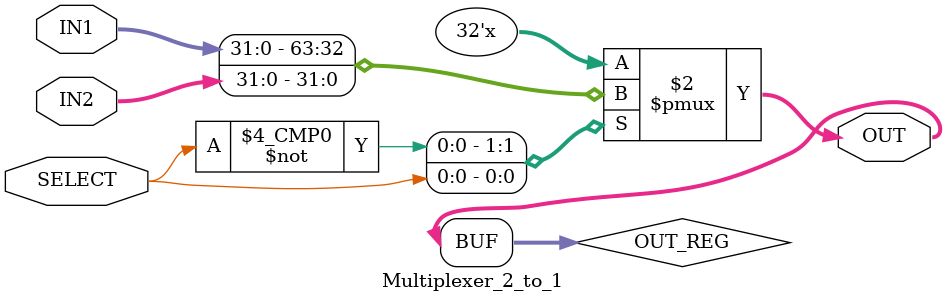
<source format=v>
`timescale 1ns / 1ps


module Multiplexer_2_to_1#(
        parameter BUS_WIDTH     = 32       
    ) (
        input   [BUS_WIDTH - 1 : 0] IN1     ,
        input   [BUS_WIDTH - 1 : 0] IN2     ,
        input                       SELECT  ,
        output  [BUS_WIDTH - 1 : 0] OUT     
    );
    
    reg [BUS_WIDTH - 1 : 0] OUT_REG;
        
    always@(*)
    begin
        case(SELECT)
            1'b0:
            begin
                OUT_REG = IN1;
            end
            1'b1:
            begin
                OUT_REG = IN2;
            end
        endcase
    end 
    
    assign OUT = OUT_REG;
    
endmodule

</source>
